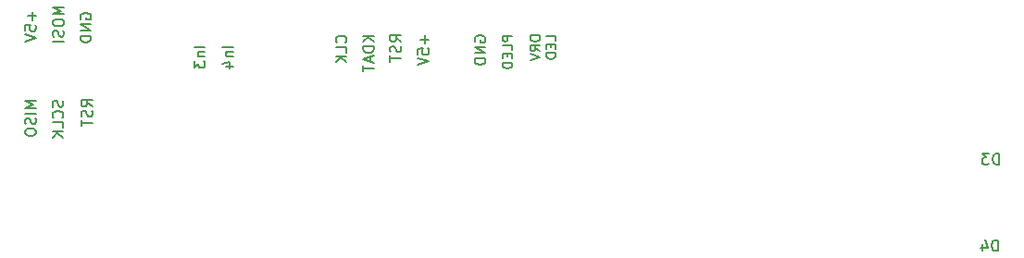
<source format=gbo>
%TF.GenerationSoftware,KiCad,Pcbnew,8.0.5*%
%TF.CreationDate,2025-01-08T19:28:40+01:00*%
%TF.ProjectId,A500KB,41353030-4b42-42e6-9b69-6361645f7063,rev?*%
%TF.SameCoordinates,Original*%
%TF.FileFunction,Legend,Bot*%
%TF.FilePolarity,Positive*%
%FSLAX46Y46*%
G04 Gerber Fmt 4.6, Leading zero omitted, Abs format (unit mm)*
G04 Created by KiCad (PCBNEW 8.0.5) date 2025-01-08 19:28:40*
%MOMM*%
%LPD*%
G01*
G04 APERTURE LIST*
%ADD10C,0.150000*%
G04 APERTURE END LIST*
D10*
X368653219Y-238052172D02*
X367653219Y-238052172D01*
X367653219Y-238052172D02*
X368367504Y-238385505D01*
X368367504Y-238385505D02*
X367653219Y-238718838D01*
X367653219Y-238718838D02*
X368653219Y-238718838D01*
X368653219Y-239195029D02*
X367653219Y-239195029D01*
X368605600Y-239623600D02*
X368653219Y-239766457D01*
X368653219Y-239766457D02*
X368653219Y-240004552D01*
X368653219Y-240004552D02*
X368605600Y-240099790D01*
X368605600Y-240099790D02*
X368557980Y-240147409D01*
X368557980Y-240147409D02*
X368462742Y-240195028D01*
X368462742Y-240195028D02*
X368367504Y-240195028D01*
X368367504Y-240195028D02*
X368272266Y-240147409D01*
X368272266Y-240147409D02*
X368224647Y-240099790D01*
X368224647Y-240099790D02*
X368177028Y-240004552D01*
X368177028Y-240004552D02*
X368129409Y-239814076D01*
X368129409Y-239814076D02*
X368081790Y-239718838D01*
X368081790Y-239718838D02*
X368034171Y-239671219D01*
X368034171Y-239671219D02*
X367938933Y-239623600D01*
X367938933Y-239623600D02*
X367843695Y-239623600D01*
X367843695Y-239623600D02*
X367748457Y-239671219D01*
X367748457Y-239671219D02*
X367700838Y-239718838D01*
X367700838Y-239718838D02*
X367653219Y-239814076D01*
X367653219Y-239814076D02*
X367653219Y-240052171D01*
X367653219Y-240052171D02*
X367700838Y-240195028D01*
X367653219Y-240814076D02*
X367653219Y-241004552D01*
X367653219Y-241004552D02*
X367700838Y-241099790D01*
X367700838Y-241099790D02*
X367796076Y-241195028D01*
X367796076Y-241195028D02*
X367986552Y-241242647D01*
X367986552Y-241242647D02*
X368319885Y-241242647D01*
X368319885Y-241242647D02*
X368510361Y-241195028D01*
X368510361Y-241195028D02*
X368605600Y-241099790D01*
X368605600Y-241099790D02*
X368653219Y-241004552D01*
X368653219Y-241004552D02*
X368653219Y-240814076D01*
X368653219Y-240814076D02*
X368605600Y-240718838D01*
X368605600Y-240718838D02*
X368510361Y-240623600D01*
X368510361Y-240623600D02*
X368319885Y-240575981D01*
X368319885Y-240575981D02*
X367986552Y-240575981D01*
X367986552Y-240575981D02*
X367796076Y-240623600D01*
X367796076Y-240623600D02*
X367700838Y-240718838D01*
X367700838Y-240718838D02*
X367653219Y-240814076D01*
X386687219Y-233121429D02*
X385687219Y-233121429D01*
X386020552Y-233597619D02*
X386687219Y-233597619D01*
X386115790Y-233597619D02*
X386068171Y-233645238D01*
X386068171Y-233645238D02*
X386020552Y-233740476D01*
X386020552Y-233740476D02*
X386020552Y-233883333D01*
X386020552Y-233883333D02*
X386068171Y-233978571D01*
X386068171Y-233978571D02*
X386163409Y-234026190D01*
X386163409Y-234026190D02*
X386687219Y-234026190D01*
X386020552Y-234930952D02*
X386687219Y-234930952D01*
X385639600Y-234692857D02*
X386353885Y-234454762D01*
X386353885Y-234454762D02*
X386353885Y-235073809D01*
X399539619Y-232086571D02*
X398539619Y-232086571D01*
X399539619Y-232657999D02*
X398968190Y-232229428D01*
X398539619Y-232657999D02*
X399111047Y-232086571D01*
X399539619Y-233086571D02*
X398539619Y-233086571D01*
X398539619Y-233086571D02*
X398539619Y-233324666D01*
X398539619Y-233324666D02*
X398587238Y-233467523D01*
X398587238Y-233467523D02*
X398682476Y-233562761D01*
X398682476Y-233562761D02*
X398777714Y-233610380D01*
X398777714Y-233610380D02*
X398968190Y-233657999D01*
X398968190Y-233657999D02*
X399111047Y-233657999D01*
X399111047Y-233657999D02*
X399301523Y-233610380D01*
X399301523Y-233610380D02*
X399396761Y-233562761D01*
X399396761Y-233562761D02*
X399492000Y-233467523D01*
X399492000Y-233467523D02*
X399539619Y-233324666D01*
X399539619Y-233324666D02*
X399539619Y-233086571D01*
X399253904Y-234038952D02*
X399253904Y-234515142D01*
X399539619Y-233943714D02*
X398539619Y-234277047D01*
X398539619Y-234277047D02*
X399539619Y-234610380D01*
X398539619Y-234800857D02*
X398539619Y-235372285D01*
X399539619Y-235086571D02*
X398539619Y-235086571D01*
X414720082Y-232078571D02*
X413820082Y-232078571D01*
X413820082Y-232078571D02*
X413820082Y-232292857D01*
X413820082Y-232292857D02*
X413862939Y-232421428D01*
X413862939Y-232421428D02*
X413948653Y-232507143D01*
X413948653Y-232507143D02*
X414034367Y-232550000D01*
X414034367Y-232550000D02*
X414205796Y-232592857D01*
X414205796Y-232592857D02*
X414334367Y-232592857D01*
X414334367Y-232592857D02*
X414505796Y-232550000D01*
X414505796Y-232550000D02*
X414591510Y-232507143D01*
X414591510Y-232507143D02*
X414677225Y-232421428D01*
X414677225Y-232421428D02*
X414720082Y-232292857D01*
X414720082Y-232292857D02*
X414720082Y-232078571D01*
X414720082Y-233492857D02*
X414291510Y-233192857D01*
X414720082Y-232978571D02*
X413820082Y-232978571D01*
X413820082Y-232978571D02*
X413820082Y-233321428D01*
X413820082Y-233321428D02*
X413862939Y-233407143D01*
X413862939Y-233407143D02*
X413905796Y-233450000D01*
X413905796Y-233450000D02*
X413991510Y-233492857D01*
X413991510Y-233492857D02*
X414120082Y-233492857D01*
X414120082Y-233492857D02*
X414205796Y-233450000D01*
X414205796Y-233450000D02*
X414248653Y-233407143D01*
X414248653Y-233407143D02*
X414291510Y-233321428D01*
X414291510Y-233321428D02*
X414291510Y-232978571D01*
X413820082Y-233750000D02*
X414720082Y-234050000D01*
X414720082Y-234050000D02*
X413820082Y-234350000D01*
X416169032Y-232571429D02*
X416169032Y-232142857D01*
X416169032Y-232142857D02*
X415269032Y-232142857D01*
X415697603Y-232871428D02*
X415697603Y-233171428D01*
X416169032Y-233300000D02*
X416169032Y-232871428D01*
X416169032Y-232871428D02*
X415269032Y-232871428D01*
X415269032Y-232871428D02*
X415269032Y-233300000D01*
X416169032Y-233685714D02*
X415269032Y-233685714D01*
X415269032Y-233685714D02*
X415269032Y-233900000D01*
X415269032Y-233900000D02*
X415311889Y-234028571D01*
X415311889Y-234028571D02*
X415397603Y-234114286D01*
X415397603Y-234114286D02*
X415483317Y-234157143D01*
X415483317Y-234157143D02*
X415654746Y-234200000D01*
X415654746Y-234200000D02*
X415783317Y-234200000D01*
X415783317Y-234200000D02*
X415954746Y-234157143D01*
X415954746Y-234157143D02*
X416040460Y-234114286D01*
X416040460Y-234114286D02*
X416126175Y-234028571D01*
X416126175Y-234028571D02*
X416169032Y-233900000D01*
X416169032Y-233900000D02*
X416169032Y-233685714D01*
X402028819Y-232653180D02*
X401552628Y-232319847D01*
X402028819Y-232081752D02*
X401028819Y-232081752D01*
X401028819Y-232081752D02*
X401028819Y-232462704D01*
X401028819Y-232462704D02*
X401076438Y-232557942D01*
X401076438Y-232557942D02*
X401124057Y-232605561D01*
X401124057Y-232605561D02*
X401219295Y-232653180D01*
X401219295Y-232653180D02*
X401362152Y-232653180D01*
X401362152Y-232653180D02*
X401457390Y-232605561D01*
X401457390Y-232605561D02*
X401505009Y-232557942D01*
X401505009Y-232557942D02*
X401552628Y-232462704D01*
X401552628Y-232462704D02*
X401552628Y-232081752D01*
X401981200Y-233034133D02*
X402028819Y-233176990D01*
X402028819Y-233176990D02*
X402028819Y-233415085D01*
X402028819Y-233415085D02*
X401981200Y-233510323D01*
X401981200Y-233510323D02*
X401933580Y-233557942D01*
X401933580Y-233557942D02*
X401838342Y-233605561D01*
X401838342Y-233605561D02*
X401743104Y-233605561D01*
X401743104Y-233605561D02*
X401647866Y-233557942D01*
X401647866Y-233557942D02*
X401600247Y-233510323D01*
X401600247Y-233510323D02*
X401552628Y-233415085D01*
X401552628Y-233415085D02*
X401505009Y-233224609D01*
X401505009Y-233224609D02*
X401457390Y-233129371D01*
X401457390Y-233129371D02*
X401409771Y-233081752D01*
X401409771Y-233081752D02*
X401314533Y-233034133D01*
X401314533Y-233034133D02*
X401219295Y-233034133D01*
X401219295Y-233034133D02*
X401124057Y-233081752D01*
X401124057Y-233081752D02*
X401076438Y-233129371D01*
X401076438Y-233129371D02*
X401028819Y-233224609D01*
X401028819Y-233224609D02*
X401028819Y-233462704D01*
X401028819Y-233462704D02*
X401076438Y-233605561D01*
X401028819Y-233891276D02*
X401028819Y-234462704D01*
X402028819Y-234176990D02*
X401028819Y-234176990D01*
X404187866Y-232067486D02*
X404187866Y-232829391D01*
X404568819Y-232448438D02*
X403806914Y-232448438D01*
X403568819Y-233781771D02*
X403568819Y-233305581D01*
X403568819Y-233305581D02*
X404045009Y-233257962D01*
X404045009Y-233257962D02*
X403997390Y-233305581D01*
X403997390Y-233305581D02*
X403949771Y-233400819D01*
X403949771Y-233400819D02*
X403949771Y-233638914D01*
X403949771Y-233638914D02*
X403997390Y-233734152D01*
X403997390Y-233734152D02*
X404045009Y-233781771D01*
X404045009Y-233781771D02*
X404140247Y-233829390D01*
X404140247Y-233829390D02*
X404378342Y-233829390D01*
X404378342Y-233829390D02*
X404473580Y-233781771D01*
X404473580Y-233781771D02*
X404521200Y-233734152D01*
X404521200Y-233734152D02*
X404568819Y-233638914D01*
X404568819Y-233638914D02*
X404568819Y-233400819D01*
X404568819Y-233400819D02*
X404521200Y-233305581D01*
X404521200Y-233305581D02*
X404473580Y-233257962D01*
X403568819Y-234115105D02*
X404568819Y-234448438D01*
X404568819Y-234448438D02*
X403568819Y-234781771D01*
X408798038Y-232642095D02*
X408750419Y-232546857D01*
X408750419Y-232546857D02*
X408750419Y-232404000D01*
X408750419Y-232404000D02*
X408798038Y-232261143D01*
X408798038Y-232261143D02*
X408893276Y-232165905D01*
X408893276Y-232165905D02*
X408988514Y-232118286D01*
X408988514Y-232118286D02*
X409178990Y-232070667D01*
X409178990Y-232070667D02*
X409321847Y-232070667D01*
X409321847Y-232070667D02*
X409512323Y-232118286D01*
X409512323Y-232118286D02*
X409607561Y-232165905D01*
X409607561Y-232165905D02*
X409702800Y-232261143D01*
X409702800Y-232261143D02*
X409750419Y-232404000D01*
X409750419Y-232404000D02*
X409750419Y-232499238D01*
X409750419Y-232499238D02*
X409702800Y-232642095D01*
X409702800Y-232642095D02*
X409655180Y-232689714D01*
X409655180Y-232689714D02*
X409321847Y-232689714D01*
X409321847Y-232689714D02*
X409321847Y-232499238D01*
X409750419Y-233118286D02*
X408750419Y-233118286D01*
X408750419Y-233118286D02*
X409750419Y-233689714D01*
X409750419Y-233689714D02*
X408750419Y-233689714D01*
X409750419Y-234165905D02*
X408750419Y-234165905D01*
X408750419Y-234165905D02*
X408750419Y-234404000D01*
X408750419Y-234404000D02*
X408798038Y-234546857D01*
X408798038Y-234546857D02*
X408893276Y-234642095D01*
X408893276Y-234642095D02*
X408988514Y-234689714D01*
X408988514Y-234689714D02*
X409178990Y-234737333D01*
X409178990Y-234737333D02*
X409321847Y-234737333D01*
X409321847Y-234737333D02*
X409512323Y-234689714D01*
X409512323Y-234689714D02*
X409607561Y-234642095D01*
X409607561Y-234642095D02*
X409702800Y-234546857D01*
X409702800Y-234546857D02*
X409750419Y-234404000D01*
X409750419Y-234404000D02*
X409750419Y-234165905D01*
X412193357Y-232099257D02*
X411293357Y-232099257D01*
X411293357Y-232099257D02*
X411293357Y-232442114D01*
X411293357Y-232442114D02*
X411336214Y-232527829D01*
X411336214Y-232527829D02*
X411379071Y-232570686D01*
X411379071Y-232570686D02*
X411464785Y-232613543D01*
X411464785Y-232613543D02*
X411593357Y-232613543D01*
X411593357Y-232613543D02*
X411679071Y-232570686D01*
X411679071Y-232570686D02*
X411721928Y-232527829D01*
X411721928Y-232527829D02*
X411764785Y-232442114D01*
X411764785Y-232442114D02*
X411764785Y-232099257D01*
X412193357Y-233427829D02*
X412193357Y-232999257D01*
X412193357Y-232999257D02*
X411293357Y-232999257D01*
X411721928Y-233727828D02*
X411721928Y-234027828D01*
X412193357Y-234156400D02*
X412193357Y-233727828D01*
X412193357Y-233727828D02*
X411293357Y-233727828D01*
X411293357Y-233727828D02*
X411293357Y-234156400D01*
X412193357Y-234542114D02*
X411293357Y-234542114D01*
X411293357Y-234542114D02*
X411293357Y-234756400D01*
X411293357Y-234756400D02*
X411336214Y-234884971D01*
X411336214Y-234884971D02*
X411421928Y-234970686D01*
X411421928Y-234970686D02*
X411507642Y-235013543D01*
X411507642Y-235013543D02*
X411679071Y-235056400D01*
X411679071Y-235056400D02*
X411807642Y-235056400D01*
X411807642Y-235056400D02*
X411979071Y-235013543D01*
X411979071Y-235013543D02*
X412064785Y-234970686D01*
X412064785Y-234970686D02*
X412150500Y-234884971D01*
X412150500Y-234884971D02*
X412193357Y-234756400D01*
X412193357Y-234756400D02*
X412193357Y-234542114D01*
X372730038Y-230581295D02*
X372682419Y-230486057D01*
X372682419Y-230486057D02*
X372682419Y-230343200D01*
X372682419Y-230343200D02*
X372730038Y-230200343D01*
X372730038Y-230200343D02*
X372825276Y-230105105D01*
X372825276Y-230105105D02*
X372920514Y-230057486D01*
X372920514Y-230057486D02*
X373110990Y-230009867D01*
X373110990Y-230009867D02*
X373253847Y-230009867D01*
X373253847Y-230009867D02*
X373444323Y-230057486D01*
X373444323Y-230057486D02*
X373539561Y-230105105D01*
X373539561Y-230105105D02*
X373634800Y-230200343D01*
X373634800Y-230200343D02*
X373682419Y-230343200D01*
X373682419Y-230343200D02*
X373682419Y-230438438D01*
X373682419Y-230438438D02*
X373634800Y-230581295D01*
X373634800Y-230581295D02*
X373587180Y-230628914D01*
X373587180Y-230628914D02*
X373253847Y-230628914D01*
X373253847Y-230628914D02*
X373253847Y-230438438D01*
X373682419Y-231057486D02*
X372682419Y-231057486D01*
X372682419Y-231057486D02*
X373682419Y-231628914D01*
X373682419Y-231628914D02*
X372682419Y-231628914D01*
X373682419Y-232105105D02*
X372682419Y-232105105D01*
X372682419Y-232105105D02*
X372682419Y-232343200D01*
X372682419Y-232343200D02*
X372730038Y-232486057D01*
X372730038Y-232486057D02*
X372825276Y-232581295D01*
X372825276Y-232581295D02*
X372920514Y-232628914D01*
X372920514Y-232628914D02*
X373110990Y-232676533D01*
X373110990Y-232676533D02*
X373253847Y-232676533D01*
X373253847Y-232676533D02*
X373444323Y-232628914D01*
X373444323Y-232628914D02*
X373539561Y-232581295D01*
X373539561Y-232581295D02*
X373634800Y-232486057D01*
X373634800Y-232486057D02*
X373682419Y-232343200D01*
X373682419Y-232343200D02*
X373682419Y-232105105D01*
X373784019Y-238567980D02*
X373307828Y-238234647D01*
X373784019Y-237996552D02*
X372784019Y-237996552D01*
X372784019Y-237996552D02*
X372784019Y-238377504D01*
X372784019Y-238377504D02*
X372831638Y-238472742D01*
X372831638Y-238472742D02*
X372879257Y-238520361D01*
X372879257Y-238520361D02*
X372974495Y-238567980D01*
X372974495Y-238567980D02*
X373117352Y-238567980D01*
X373117352Y-238567980D02*
X373212590Y-238520361D01*
X373212590Y-238520361D02*
X373260209Y-238472742D01*
X373260209Y-238472742D02*
X373307828Y-238377504D01*
X373307828Y-238377504D02*
X373307828Y-237996552D01*
X373736400Y-238948933D02*
X373784019Y-239091790D01*
X373784019Y-239091790D02*
X373784019Y-239329885D01*
X373784019Y-239329885D02*
X373736400Y-239425123D01*
X373736400Y-239425123D02*
X373688780Y-239472742D01*
X373688780Y-239472742D02*
X373593542Y-239520361D01*
X373593542Y-239520361D02*
X373498304Y-239520361D01*
X373498304Y-239520361D02*
X373403066Y-239472742D01*
X373403066Y-239472742D02*
X373355447Y-239425123D01*
X373355447Y-239425123D02*
X373307828Y-239329885D01*
X373307828Y-239329885D02*
X373260209Y-239139409D01*
X373260209Y-239139409D02*
X373212590Y-239044171D01*
X373212590Y-239044171D02*
X373164971Y-238996552D01*
X373164971Y-238996552D02*
X373069733Y-238948933D01*
X373069733Y-238948933D02*
X372974495Y-238948933D01*
X372974495Y-238948933D02*
X372879257Y-238996552D01*
X372879257Y-238996552D02*
X372831638Y-239044171D01*
X372831638Y-239044171D02*
X372784019Y-239139409D01*
X372784019Y-239139409D02*
X372784019Y-239377504D01*
X372784019Y-239377504D02*
X372831638Y-239520361D01*
X372784019Y-239806076D02*
X372784019Y-240377504D01*
X373784019Y-240091790D02*
X372784019Y-240091790D01*
X371094800Y-238034724D02*
X371142419Y-238177581D01*
X371142419Y-238177581D02*
X371142419Y-238415676D01*
X371142419Y-238415676D02*
X371094800Y-238510914D01*
X371094800Y-238510914D02*
X371047180Y-238558533D01*
X371047180Y-238558533D02*
X370951942Y-238606152D01*
X370951942Y-238606152D02*
X370856704Y-238606152D01*
X370856704Y-238606152D02*
X370761466Y-238558533D01*
X370761466Y-238558533D02*
X370713847Y-238510914D01*
X370713847Y-238510914D02*
X370666228Y-238415676D01*
X370666228Y-238415676D02*
X370618609Y-238225200D01*
X370618609Y-238225200D02*
X370570990Y-238129962D01*
X370570990Y-238129962D02*
X370523371Y-238082343D01*
X370523371Y-238082343D02*
X370428133Y-238034724D01*
X370428133Y-238034724D02*
X370332895Y-238034724D01*
X370332895Y-238034724D02*
X370237657Y-238082343D01*
X370237657Y-238082343D02*
X370190038Y-238129962D01*
X370190038Y-238129962D02*
X370142419Y-238225200D01*
X370142419Y-238225200D02*
X370142419Y-238463295D01*
X370142419Y-238463295D02*
X370190038Y-238606152D01*
X371047180Y-239606152D02*
X371094800Y-239558533D01*
X371094800Y-239558533D02*
X371142419Y-239415676D01*
X371142419Y-239415676D02*
X371142419Y-239320438D01*
X371142419Y-239320438D02*
X371094800Y-239177581D01*
X371094800Y-239177581D02*
X370999561Y-239082343D01*
X370999561Y-239082343D02*
X370904323Y-239034724D01*
X370904323Y-239034724D02*
X370713847Y-238987105D01*
X370713847Y-238987105D02*
X370570990Y-238987105D01*
X370570990Y-238987105D02*
X370380514Y-239034724D01*
X370380514Y-239034724D02*
X370285276Y-239082343D01*
X370285276Y-239082343D02*
X370190038Y-239177581D01*
X370190038Y-239177581D02*
X370142419Y-239320438D01*
X370142419Y-239320438D02*
X370142419Y-239415676D01*
X370142419Y-239415676D02*
X370190038Y-239558533D01*
X370190038Y-239558533D02*
X370237657Y-239606152D01*
X371142419Y-240510914D02*
X371142419Y-240034724D01*
X371142419Y-240034724D02*
X370142419Y-240034724D01*
X371142419Y-240844248D02*
X370142419Y-240844248D01*
X371142419Y-241415676D02*
X370570990Y-240987105D01*
X370142419Y-241415676D02*
X370713847Y-240844248D01*
X396955180Y-232707161D02*
X397002800Y-232659542D01*
X397002800Y-232659542D02*
X397050419Y-232516685D01*
X397050419Y-232516685D02*
X397050419Y-232421447D01*
X397050419Y-232421447D02*
X397002800Y-232278590D01*
X397002800Y-232278590D02*
X396907561Y-232183352D01*
X396907561Y-232183352D02*
X396812323Y-232135733D01*
X396812323Y-232135733D02*
X396621847Y-232088114D01*
X396621847Y-232088114D02*
X396478990Y-232088114D01*
X396478990Y-232088114D02*
X396288514Y-232135733D01*
X396288514Y-232135733D02*
X396193276Y-232183352D01*
X396193276Y-232183352D02*
X396098038Y-232278590D01*
X396098038Y-232278590D02*
X396050419Y-232421447D01*
X396050419Y-232421447D02*
X396050419Y-232516685D01*
X396050419Y-232516685D02*
X396098038Y-232659542D01*
X396098038Y-232659542D02*
X396145657Y-232707161D01*
X397050419Y-233611923D02*
X397050419Y-233135733D01*
X397050419Y-233135733D02*
X396050419Y-233135733D01*
X397050419Y-233945257D02*
X396050419Y-233945257D01*
X397050419Y-234516685D02*
X396478990Y-234088114D01*
X396050419Y-234516685D02*
X396621847Y-233945257D01*
X384096419Y-233121429D02*
X383096419Y-233121429D01*
X383429752Y-233597619D02*
X384096419Y-233597619D01*
X383524990Y-233597619D02*
X383477371Y-233645238D01*
X383477371Y-233645238D02*
X383429752Y-233740476D01*
X383429752Y-233740476D02*
X383429752Y-233883333D01*
X383429752Y-233883333D02*
X383477371Y-233978571D01*
X383477371Y-233978571D02*
X383572609Y-234026190D01*
X383572609Y-234026190D02*
X384096419Y-234026190D01*
X383096419Y-234407143D02*
X383096419Y-235026190D01*
X383096419Y-235026190D02*
X383477371Y-234692857D01*
X383477371Y-234692857D02*
X383477371Y-234835714D01*
X383477371Y-234835714D02*
X383524990Y-234930952D01*
X383524990Y-234930952D02*
X383572609Y-234978571D01*
X383572609Y-234978571D02*
X383667847Y-235026190D01*
X383667847Y-235026190D02*
X383905942Y-235026190D01*
X383905942Y-235026190D02*
X384001180Y-234978571D01*
X384001180Y-234978571D02*
X384048800Y-234930952D01*
X384048800Y-234930952D02*
X384096419Y-234835714D01*
X384096419Y-234835714D02*
X384096419Y-234550000D01*
X384096419Y-234550000D02*
X384048800Y-234454762D01*
X384048800Y-234454762D02*
X384001180Y-234407143D01*
X368272266Y-229905086D02*
X368272266Y-230666991D01*
X368653219Y-230286038D02*
X367891314Y-230286038D01*
X367653219Y-231619371D02*
X367653219Y-231143181D01*
X367653219Y-231143181D02*
X368129409Y-231095562D01*
X368129409Y-231095562D02*
X368081790Y-231143181D01*
X368081790Y-231143181D02*
X368034171Y-231238419D01*
X368034171Y-231238419D02*
X368034171Y-231476514D01*
X368034171Y-231476514D02*
X368081790Y-231571752D01*
X368081790Y-231571752D02*
X368129409Y-231619371D01*
X368129409Y-231619371D02*
X368224647Y-231666990D01*
X368224647Y-231666990D02*
X368462742Y-231666990D01*
X368462742Y-231666990D02*
X368557980Y-231619371D01*
X368557980Y-231619371D02*
X368605600Y-231571752D01*
X368605600Y-231571752D02*
X368653219Y-231476514D01*
X368653219Y-231476514D02*
X368653219Y-231238419D01*
X368653219Y-231238419D02*
X368605600Y-231143181D01*
X368605600Y-231143181D02*
X368557980Y-231095562D01*
X367653219Y-231952705D02*
X368653219Y-232286038D01*
X368653219Y-232286038D02*
X367653219Y-232619371D01*
X371193219Y-229466972D02*
X370193219Y-229466972D01*
X370193219Y-229466972D02*
X370907504Y-229800305D01*
X370907504Y-229800305D02*
X370193219Y-230133638D01*
X370193219Y-230133638D02*
X371193219Y-230133638D01*
X370193219Y-230800305D02*
X370193219Y-230990781D01*
X370193219Y-230990781D02*
X370240838Y-231086019D01*
X370240838Y-231086019D02*
X370336076Y-231181257D01*
X370336076Y-231181257D02*
X370526552Y-231228876D01*
X370526552Y-231228876D02*
X370859885Y-231228876D01*
X370859885Y-231228876D02*
X371050361Y-231181257D01*
X371050361Y-231181257D02*
X371145600Y-231086019D01*
X371145600Y-231086019D02*
X371193219Y-230990781D01*
X371193219Y-230990781D02*
X371193219Y-230800305D01*
X371193219Y-230800305D02*
X371145600Y-230705067D01*
X371145600Y-230705067D02*
X371050361Y-230609829D01*
X371050361Y-230609829D02*
X370859885Y-230562210D01*
X370859885Y-230562210D02*
X370526552Y-230562210D01*
X370526552Y-230562210D02*
X370336076Y-230609829D01*
X370336076Y-230609829D02*
X370240838Y-230705067D01*
X370240838Y-230705067D02*
X370193219Y-230800305D01*
X371145600Y-231609829D02*
X371193219Y-231752686D01*
X371193219Y-231752686D02*
X371193219Y-231990781D01*
X371193219Y-231990781D02*
X371145600Y-232086019D01*
X371145600Y-232086019D02*
X371097980Y-232133638D01*
X371097980Y-232133638D02*
X371002742Y-232181257D01*
X371002742Y-232181257D02*
X370907504Y-232181257D01*
X370907504Y-232181257D02*
X370812266Y-232133638D01*
X370812266Y-232133638D02*
X370764647Y-232086019D01*
X370764647Y-232086019D02*
X370717028Y-231990781D01*
X370717028Y-231990781D02*
X370669409Y-231800305D01*
X370669409Y-231800305D02*
X370621790Y-231705067D01*
X370621790Y-231705067D02*
X370574171Y-231657448D01*
X370574171Y-231657448D02*
X370478933Y-231609829D01*
X370478933Y-231609829D02*
X370383695Y-231609829D01*
X370383695Y-231609829D02*
X370288457Y-231657448D01*
X370288457Y-231657448D02*
X370240838Y-231705067D01*
X370240838Y-231705067D02*
X370193219Y-231800305D01*
X370193219Y-231800305D02*
X370193219Y-232038400D01*
X370193219Y-232038400D02*
X370240838Y-232181257D01*
X371193219Y-232609829D02*
X370193219Y-232609829D01*
X456688094Y-243874819D02*
X456688094Y-242874819D01*
X456688094Y-242874819D02*
X456449999Y-242874819D01*
X456449999Y-242874819D02*
X456307142Y-242922438D01*
X456307142Y-242922438D02*
X456211904Y-243017676D01*
X456211904Y-243017676D02*
X456164285Y-243112914D01*
X456164285Y-243112914D02*
X456116666Y-243303390D01*
X456116666Y-243303390D02*
X456116666Y-243446247D01*
X456116666Y-243446247D02*
X456164285Y-243636723D01*
X456164285Y-243636723D02*
X456211904Y-243731961D01*
X456211904Y-243731961D02*
X456307142Y-243827200D01*
X456307142Y-243827200D02*
X456449999Y-243874819D01*
X456449999Y-243874819D02*
X456688094Y-243874819D01*
X455783332Y-242874819D02*
X455164285Y-242874819D01*
X455164285Y-242874819D02*
X455497618Y-243255771D01*
X455497618Y-243255771D02*
X455354761Y-243255771D01*
X455354761Y-243255771D02*
X455259523Y-243303390D01*
X455259523Y-243303390D02*
X455211904Y-243351009D01*
X455211904Y-243351009D02*
X455164285Y-243446247D01*
X455164285Y-243446247D02*
X455164285Y-243684342D01*
X455164285Y-243684342D02*
X455211904Y-243779580D01*
X455211904Y-243779580D02*
X455259523Y-243827200D01*
X455259523Y-243827200D02*
X455354761Y-243874819D01*
X455354761Y-243874819D02*
X455640475Y-243874819D01*
X455640475Y-243874819D02*
X455735713Y-243827200D01*
X455735713Y-243827200D02*
X455783332Y-243779580D01*
X456611894Y-251806819D02*
X456611894Y-250806819D01*
X456611894Y-250806819D02*
X456373799Y-250806819D01*
X456373799Y-250806819D02*
X456230942Y-250854438D01*
X456230942Y-250854438D02*
X456135704Y-250949676D01*
X456135704Y-250949676D02*
X456088085Y-251044914D01*
X456088085Y-251044914D02*
X456040466Y-251235390D01*
X456040466Y-251235390D02*
X456040466Y-251378247D01*
X456040466Y-251378247D02*
X456088085Y-251568723D01*
X456088085Y-251568723D02*
X456135704Y-251663961D01*
X456135704Y-251663961D02*
X456230942Y-251759200D01*
X456230942Y-251759200D02*
X456373799Y-251806819D01*
X456373799Y-251806819D02*
X456611894Y-251806819D01*
X455183323Y-251140152D02*
X455183323Y-251806819D01*
X455421418Y-250759200D02*
X455659513Y-251473485D01*
X455659513Y-251473485D02*
X455040466Y-251473485D01*
M02*

</source>
